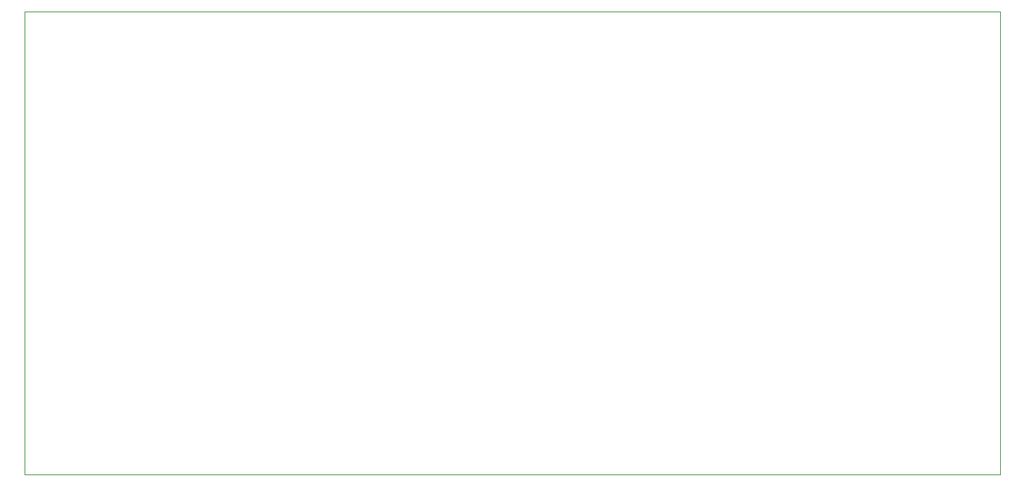
<source format=gko>
G75*
%MOIN*%
%OFA0B0*%
%FSLAX25Y25*%
%IPPOS*%
%LPD*%
%AMOC8*
5,1,8,0,0,1.08239X$1,22.5*
%
%ADD10C,0.00000*%
D10*
X0011615Y0014000D02*
X0011615Y0227701D01*
X0461536Y0227701D01*
X0461536Y0014000D01*
X0011615Y0014000D01*
M02*

</source>
